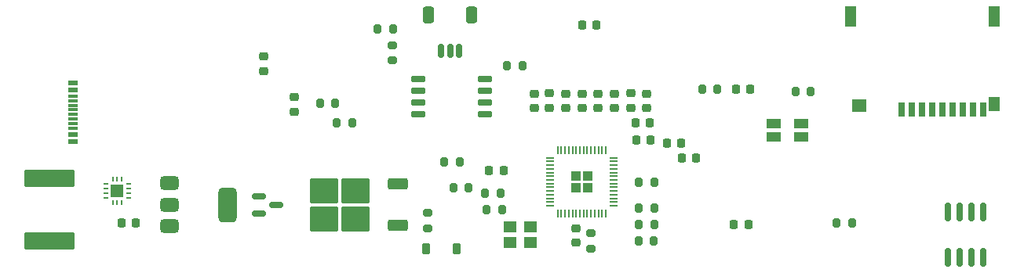
<source format=gbr>
%TF.GenerationSoftware,KiCad,Pcbnew,8.0.8*%
%TF.CreationDate,2025-01-24T13:29:27+05:30*%
%TF.ProjectId,heatPlate,68656174-506c-4617-9465-2e6b69636164,rev?*%
%TF.SameCoordinates,Original*%
%TF.FileFunction,Paste,Top*%
%TF.FilePolarity,Positive*%
%FSLAX46Y46*%
G04 Gerber Fmt 4.6, Leading zero omitted, Abs format (unit mm)*
G04 Created by KiCad (PCBNEW 8.0.8) date 2025-01-24 13:29:27*
%MOMM*%
%LPD*%
G01*
G04 APERTURE LIST*
G04 Aperture macros list*
%AMRoundRect*
0 Rectangle with rounded corners*
0 $1 Rounding radius*
0 $2 $3 $4 $5 $6 $7 $8 $9 X,Y pos of 4 corners*
0 Add a 4 corners polygon primitive as box body*
4,1,4,$2,$3,$4,$5,$6,$7,$8,$9,$2,$3,0*
0 Add four circle primitives for the rounded corners*
1,1,$1+$1,$2,$3*
1,1,$1+$1,$4,$5*
1,1,$1+$1,$6,$7*
1,1,$1+$1,$8,$9*
0 Add four rect primitives between the rounded corners*
20,1,$1+$1,$2,$3,$4,$5,0*
20,1,$1+$1,$4,$5,$6,$7,0*
20,1,$1+$1,$6,$7,$8,$9,0*
20,1,$1+$1,$8,$9,$2,$3,0*%
G04 Aperture macros list end*
%ADD10RoundRect,0.200000X0.200000X0.275000X-0.200000X0.275000X-0.200000X-0.275000X0.200000X-0.275000X0*%
%ADD11R,1.400000X1.200000*%
%ADD12RoundRect,0.225000X-0.225000X-0.250000X0.225000X-0.250000X0.225000X0.250000X-0.225000X0.250000X0*%
%ADD13R,0.177800X0.609600*%
%ADD14R,0.609600X0.177800*%
%ADD15R,1.447800X1.447800*%
%ADD16RoundRect,0.225000X0.250000X-0.225000X0.250000X0.225000X-0.250000X0.225000X-0.250000X-0.225000X0*%
%ADD17RoundRect,0.200000X-0.275000X0.200000X-0.275000X-0.200000X0.275000X-0.200000X0.275000X0.200000X0*%
%ADD18RoundRect,0.200000X-0.200000X-0.275000X0.200000X-0.275000X0.200000X0.275000X-0.200000X0.275000X0*%
%ADD19RoundRect,0.225000X0.225000X0.250000X-0.225000X0.250000X-0.225000X-0.250000X0.225000X-0.250000X0*%
%ADD20RoundRect,0.225000X-0.225000X-0.375000X0.225000X-0.375000X0.225000X0.375000X-0.225000X0.375000X0*%
%ADD21RoundRect,0.225000X-0.250000X0.225000X-0.250000X-0.225000X0.250000X-0.225000X0.250000X0.225000X0*%
%ADD22RoundRect,0.150000X-0.150000X0.825000X-0.150000X-0.825000X0.150000X-0.825000X0.150000X0.825000X0*%
%ADD23RoundRect,0.250000X-2.475000X0.712500X-2.475000X-0.712500X2.475000X-0.712500X2.475000X0.712500X0*%
%ADD24R,1.500000X1.100000*%
%ADD25RoundRect,0.250000X0.850000X0.350000X-0.850000X0.350000X-0.850000X-0.350000X0.850000X-0.350000X0*%
%ADD26RoundRect,0.250000X1.275000X1.125000X-1.275000X1.125000X-1.275000X-1.125000X1.275000X-1.125000X0*%
%ADD27RoundRect,0.150000X-0.587500X-0.150000X0.587500X-0.150000X0.587500X0.150000X-0.587500X0.150000X0*%
%ADD28RoundRect,0.375000X-0.625000X-0.375000X0.625000X-0.375000X0.625000X0.375000X-0.625000X0.375000X0*%
%ADD29RoundRect,0.500000X-0.500000X-1.400000X0.500000X-1.400000X0.500000X1.400000X-0.500000X1.400000X0*%
%ADD30RoundRect,0.250000X-0.292217X-0.292217X0.292217X-0.292217X0.292217X0.292217X-0.292217X0.292217X0*%
%ADD31RoundRect,0.050000X-0.387500X-0.050000X0.387500X-0.050000X0.387500X0.050000X-0.387500X0.050000X0*%
%ADD32RoundRect,0.050000X-0.050000X-0.387500X0.050000X-0.387500X0.050000X0.387500X-0.050000X0.387500X0*%
%ADD33RoundRect,0.150000X-0.650000X-0.150000X0.650000X-0.150000X0.650000X0.150000X-0.650000X0.150000X0*%
%ADD34R,1.140000X0.600000*%
%ADD35R,1.140000X0.300000*%
%ADD36RoundRect,0.150000X0.150000X0.625000X-0.150000X0.625000X-0.150000X-0.625000X0.150000X-0.625000X0*%
%ADD37RoundRect,0.250000X0.350000X0.650000X-0.350000X0.650000X-0.350000X-0.650000X0.350000X-0.650000X0*%
%ADD38R,0.700000X1.600000*%
%ADD39R,1.200000X1.600000*%
%ADD40R,1.200000X2.200000*%
%ADD41R,1.600000X1.400000*%
G04 APERTURE END LIST*
D10*
%TO.C,R9*%
X150100000Y-70250000D03*
X151750000Y-70250000D03*
%TD*%
D11*
%TO.C,Y1*%
X117100000Y-72350000D03*
X114900000Y-72350000D03*
X114900000Y-70650000D03*
X117100000Y-70650000D03*
%TD*%
D12*
%TO.C,C4*%
X129975000Y-59400000D03*
X128425000Y-59400000D03*
%TD*%
D13*
%TO.C,U4*%
X71994601Y-67994600D03*
X72494600Y-67994600D03*
X72994599Y-67994600D03*
D14*
X73739200Y-67500001D03*
X73739200Y-67000000D03*
X73739200Y-66500000D03*
X73739200Y-65999999D03*
D13*
X72994599Y-65505400D03*
X72494600Y-65505400D03*
X71994601Y-65505400D03*
D14*
X71250000Y-65999999D03*
X71250000Y-66500000D03*
X71250000Y-67000000D03*
X71250000Y-67500001D03*
D15*
X72494600Y-66750000D03*
%TD*%
D16*
%TO.C,C18*%
X117500000Y-56250000D03*
X117500000Y-57800000D03*
%TD*%
D12*
%TO.C,C7*%
X134975000Y-63200000D03*
X133425000Y-63200000D03*
%TD*%
D17*
%TO.C,R12*%
X102200000Y-52625000D03*
X102200000Y-50975000D03*
%TD*%
D12*
%TO.C,C8*%
X133375000Y-61600000D03*
X131825000Y-61600000D03*
%TD*%
D16*
%TO.C,C15*%
X122630000Y-56250000D03*
X122630000Y-57800000D03*
%TD*%
D18*
%TO.C,R7*%
X116225000Y-53200000D03*
X114575000Y-53200000D03*
%TD*%
D10*
%TO.C,R1*%
X112175000Y-67000000D03*
X113825000Y-67000000D03*
%TD*%
D19*
%TO.C,C2*%
X139225000Y-55750000D03*
X140775000Y-55750000D03*
%TD*%
D18*
%TO.C,R15*%
X109450000Y-63600000D03*
X107800000Y-63600000D03*
%TD*%
%TO.C,R18*%
X130425000Y-68600000D03*
X128775000Y-68600000D03*
%TD*%
D20*
%TO.C,D1*%
X105850000Y-73000000D03*
X109150000Y-73000000D03*
%TD*%
D12*
%TO.C,C6*%
X140575000Y-70400000D03*
X139025000Y-70400000D03*
%TD*%
D18*
%TO.C,R4*%
X147325000Y-56000000D03*
X145675000Y-56000000D03*
%TD*%
D21*
%TO.C,C17*%
X91600000Y-58175000D03*
X91600000Y-56625000D03*
%TD*%
D16*
%TO.C,C12*%
X124380000Y-56225000D03*
X124380000Y-57775000D03*
%TD*%
D22*
%TO.C,TEMP2*%
X165905000Y-69025000D03*
X164635000Y-69025000D03*
X163365000Y-69025000D03*
X162095000Y-69025000D03*
X162095000Y-73975000D03*
X163365000Y-73975000D03*
X164635000Y-73975000D03*
X165905000Y-73975000D03*
%TD*%
D17*
%TO.C,R10*%
X106000000Y-70825000D03*
X106000000Y-69175000D03*
%TD*%
D18*
%TO.C,R16*%
X130400000Y-72200000D03*
X128750000Y-72200000D03*
%TD*%
D10*
%TO.C,R8*%
X94375000Y-57250000D03*
X96025000Y-57250000D03*
%TD*%
D16*
%TO.C,C24*%
X129600000Y-56225000D03*
X129600000Y-57775000D03*
%TD*%
D12*
%TO.C,C3*%
X124175000Y-48800000D03*
X122625000Y-48800000D03*
%TD*%
D19*
%TO.C,C1*%
X112625000Y-64600000D03*
X114175000Y-64600000D03*
%TD*%
D18*
%TO.C,R3*%
X137250000Y-55800000D03*
X135600000Y-55800000D03*
%TD*%
D10*
%TO.C,R5*%
X96175000Y-59400000D03*
X97825000Y-59400000D03*
%TD*%
D16*
%TO.C,C10*%
X88250000Y-52225000D03*
X88250000Y-53775000D03*
%TD*%
D10*
%TO.C,R2*%
X112375000Y-68800000D03*
X114025000Y-68800000D03*
%TD*%
D21*
%TO.C,C5*%
X122000000Y-72375000D03*
X122000000Y-70825000D03*
%TD*%
D10*
%TO.C,R13*%
X100600000Y-49250000D03*
X102250000Y-49250000D03*
%TD*%
D16*
%TO.C,C23*%
X126130000Y-56225000D03*
X126130000Y-57775000D03*
%TD*%
D18*
%TO.C,R14*%
X110425000Y-66400000D03*
X108775000Y-66400000D03*
%TD*%
D17*
%TO.C,R11*%
X123600000Y-73025000D03*
X123600000Y-71375000D03*
%TD*%
D18*
%TO.C,R17*%
X130425000Y-70400000D03*
X128775000Y-70400000D03*
%TD*%
D23*
%TO.C,F1*%
X65200000Y-65412500D03*
X65200000Y-72187500D03*
%TD*%
D24*
%TO.C,LED1*%
X143300000Y-59450000D03*
X146300000Y-59450000D03*
X146300000Y-60950000D03*
X143300000Y-60950000D03*
%TD*%
D25*
%TO.C,Q2*%
X102800000Y-70530000D03*
D26*
X98175000Y-69775000D03*
X98175000Y-66725000D03*
X94825000Y-69775000D03*
X94825000Y-66725000D03*
D25*
X102800000Y-65970000D03*
%TD*%
D10*
%TO.C,R6*%
X128775000Y-65800000D03*
X130425000Y-65800000D03*
%TD*%
D12*
%TO.C,C9*%
X130025000Y-61250000D03*
X128475000Y-61250000D03*
%TD*%
D27*
%TO.C,Q1*%
X87750000Y-67350000D03*
X87750000Y-69250000D03*
X89625000Y-68300000D03*
%TD*%
D28*
%TO.C,U3*%
X78100000Y-65950000D03*
X78100000Y-68250000D03*
D29*
X84400000Y-68250000D03*
D28*
X78100000Y-70550000D03*
%TD*%
D30*
%TO.C,U2*%
X121975000Y-65137500D03*
X121975000Y-66412500D03*
X123250000Y-65137500D03*
X123250000Y-66412500D03*
D31*
X119175000Y-63175000D03*
X119175000Y-63575000D03*
X119175000Y-63975000D03*
X119175000Y-64375000D03*
X119175000Y-64775000D03*
X119175000Y-65175000D03*
X119175000Y-65575000D03*
X119175000Y-65975000D03*
X119175000Y-66375000D03*
X119175000Y-66775000D03*
X119175000Y-67175000D03*
X119175000Y-67575000D03*
X119175000Y-67975000D03*
X119175000Y-68375000D03*
D32*
X120012500Y-69212500D03*
X120412500Y-69212500D03*
X120812500Y-69212500D03*
X121212500Y-69212500D03*
X121612500Y-69212500D03*
X122012500Y-69212500D03*
X122412500Y-69212500D03*
X122812500Y-69212500D03*
X123212500Y-69212500D03*
X123612500Y-69212500D03*
X124012500Y-69212500D03*
X124412500Y-69212500D03*
X124812500Y-69212500D03*
X125212500Y-69212500D03*
D31*
X126050000Y-68375000D03*
X126050000Y-67975000D03*
X126050000Y-67575000D03*
X126050000Y-67175000D03*
X126050000Y-66775000D03*
X126050000Y-66375000D03*
X126050000Y-65975000D03*
X126050000Y-65575000D03*
X126050000Y-65175000D03*
X126050000Y-64775000D03*
X126050000Y-64375000D03*
X126050000Y-63975000D03*
X126050000Y-63575000D03*
X126050000Y-63175000D03*
D32*
X125212500Y-62337500D03*
X124812500Y-62337500D03*
X124412500Y-62337500D03*
X124012500Y-62337500D03*
X123612500Y-62337500D03*
X123212500Y-62337500D03*
X122812500Y-62337500D03*
X122412500Y-62337500D03*
X122012500Y-62337500D03*
X121612500Y-62337500D03*
X121212500Y-62337500D03*
X120812500Y-62337500D03*
X120412500Y-62337500D03*
X120012500Y-62337500D03*
%TD*%
D33*
%TO.C,U1*%
X105000000Y-54695000D03*
X105000000Y-55965000D03*
X105000000Y-57235000D03*
X105000000Y-58505000D03*
X112200000Y-58505000D03*
X112200000Y-57235000D03*
X112200000Y-55965000D03*
X112200000Y-54695000D03*
%TD*%
D34*
%TO.C,J4*%
X67750000Y-55050000D03*
X67750000Y-55850000D03*
D35*
X67750000Y-57000000D03*
X67750000Y-58000000D03*
X67750000Y-58500000D03*
X67750000Y-59500000D03*
D34*
X67750000Y-61450000D03*
X67750000Y-60650000D03*
D35*
X67750000Y-60000000D03*
X67750000Y-59000000D03*
X67750000Y-57500000D03*
X67750000Y-56500000D03*
%TD*%
D36*
%TO.C,J3*%
X109400000Y-51600000D03*
X108400000Y-51600000D03*
X107400000Y-51600000D03*
D37*
X110700000Y-47725000D03*
X106100000Y-47725000D03*
%TD*%
D38*
%TO.C,J2*%
X157150000Y-58000000D03*
X158250000Y-58000000D03*
X159350000Y-58000000D03*
X160450000Y-58000000D03*
X161550000Y-58000000D03*
X162650000Y-58000000D03*
X163750000Y-58000000D03*
X164850000Y-58000000D03*
X165950000Y-58000000D03*
D39*
X167150000Y-57400000D03*
D40*
X167150000Y-47900000D03*
X151650000Y-47900000D03*
D41*
X152550000Y-57500000D03*
%TD*%
D16*
%TO.C,C22*%
X119130000Y-57750000D03*
X119130000Y-56200000D03*
%TD*%
%TO.C,C21*%
X120880000Y-57775000D03*
X120880000Y-56225000D03*
%TD*%
%TO.C,C20*%
X127880000Y-57750000D03*
X127880000Y-56200000D03*
%TD*%
D19*
%TO.C,C19*%
X74525000Y-70250000D03*
X72975000Y-70250000D03*
%TD*%
M02*

</source>
